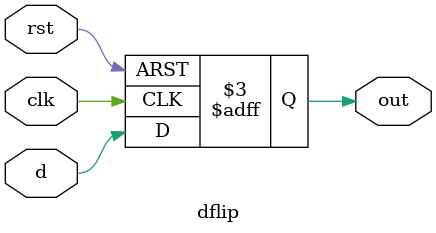
<source format=v>
module freqdiv(clock,reset,q0,q1);
input clock,reset;
output q0,q1;
  dflip ad1(~q1,clock,reset,q1);
  dflip ad0(~q0,q1,reset,q0);
endmodule

module dflip(d,clk,rst,out);
input d,clk,rst;
output reg out;
always @(posedge clk or posedge rst)
begin
if (rst==1)
out<=0;
else
out<=d;
end
endmodule

</source>
